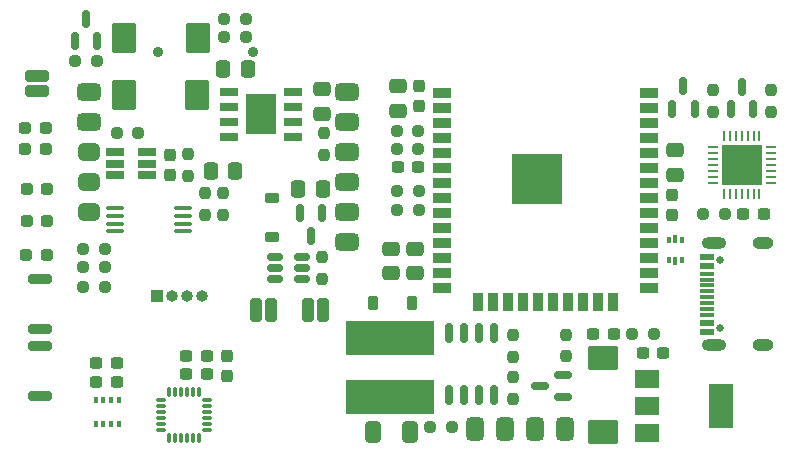
<source format=gbr>
%TF.GenerationSoftware,KiCad,Pcbnew,7.0.2*%
%TF.CreationDate,2024-04-03T12:52:24+03:00*%
%TF.ProjectId,gps_tracer,6770735f-7472-4616-9365-722e6b696361,rev?*%
%TF.SameCoordinates,Original*%
%TF.FileFunction,Soldermask,Top*%
%TF.FilePolarity,Negative*%
%FSLAX46Y46*%
G04 Gerber Fmt 4.6, Leading zero omitted, Abs format (unit mm)*
G04 Created by KiCad (PCBNEW 7.0.2) date 2024-04-03 12:52:24*
%MOMM*%
%LPD*%
G01*
G04 APERTURE LIST*
G04 Aperture macros list*
%AMRoundRect*
0 Rectangle with rounded corners*
0 $1 Rounding radius*
0 $2 $3 $4 $5 $6 $7 $8 $9 X,Y pos of 4 corners*
0 Add a 4 corners polygon primitive as box body*
4,1,4,$2,$3,$4,$5,$6,$7,$8,$9,$2,$3,0*
0 Add four circle primitives for the rounded corners*
1,1,$1+$1,$2,$3*
1,1,$1+$1,$4,$5*
1,1,$1+$1,$6,$7*
1,1,$1+$1,$8,$9*
0 Add four rect primitives between the rounded corners*
20,1,$1+$1,$2,$3,$4,$5,0*
20,1,$1+$1,$4,$5,$6,$7,0*
20,1,$1+$1,$6,$7,$8,$9,0*
20,1,$1+$1,$8,$9,$2,$3,0*%
G04 Aperture macros list end*
%ADD10R,1.525000X0.700000*%
%ADD11R,2.513000X3.402000*%
%ADD12RoundRect,0.375000X-0.375000X0.625000X-0.375000X-0.625000X0.375000X-0.625000X0.375000X0.625000X0*%
%ADD13RoundRect,0.375000X-0.625000X-0.375000X0.625000X-0.375000X0.625000X0.375000X-0.625000X0.375000X0*%
%ADD14RoundRect,0.375000X-0.525000X-0.375000X0.525000X-0.375000X0.525000X0.375000X-0.525000X0.375000X0*%
%ADD15RoundRect,0.237500X-0.287500X-0.237500X0.287500X-0.237500X0.287500X0.237500X-0.287500X0.237500X0*%
%ADD16R,7.500000X3.000000*%
%ADD17RoundRect,0.237500X0.250000X0.237500X-0.250000X0.237500X-0.250000X-0.237500X0.250000X-0.237500X0*%
%ADD18RoundRect,0.237500X-0.300000X-0.237500X0.300000X-0.237500X0.300000X0.237500X-0.300000X0.237500X0*%
%ADD19RoundRect,0.150000X-0.512500X-0.150000X0.512500X-0.150000X0.512500X0.150000X-0.512500X0.150000X0*%
%ADD20RoundRect,0.237500X0.237500X-0.250000X0.237500X0.250000X-0.237500X0.250000X-0.237500X-0.250000X0*%
%ADD21RoundRect,0.150000X0.150000X-0.587500X0.150000X0.587500X-0.150000X0.587500X-0.150000X-0.587500X0*%
%ADD22RoundRect,0.237500X-0.250000X-0.237500X0.250000X-0.237500X0.250000X0.237500X-0.250000X0.237500X0*%
%ADD23RoundRect,0.237500X-0.237500X0.300000X-0.237500X-0.300000X0.237500X-0.300000X0.237500X0.300000X0*%
%ADD24RoundRect,0.075000X0.075000X-0.350000X0.075000X0.350000X-0.075000X0.350000X-0.075000X-0.350000X0*%
%ADD25RoundRect,0.075000X-0.350000X-0.075000X0.350000X-0.075000X0.350000X0.075000X-0.350000X0.075000X0*%
%ADD26RoundRect,0.200000X0.800000X-0.200000X0.800000X0.200000X-0.800000X0.200000X-0.800000X-0.200000X0*%
%ADD27R,0.375000X0.500000*%
%ADD28R,0.300000X0.650000*%
%ADD29RoundRect,0.250000X-0.412500X-0.650000X0.412500X-0.650000X0.412500X0.650000X-0.412500X0.650000X0*%
%ADD30RoundRect,0.250000X-0.475000X0.337500X-0.475000X-0.337500X0.475000X-0.337500X0.475000X0.337500X0*%
%ADD31R,0.350000X0.500000*%
%ADD32RoundRect,0.225000X-0.225000X-0.375000X0.225000X-0.375000X0.225000X0.375000X-0.225000X0.375000X0*%
%ADD33O,1.800000X1.000000*%
%ADD34O,2.100000X1.000000*%
%ADD35R,1.240000X0.600000*%
%ADD36R,1.240000X0.300000*%
%ADD37C,0.650000*%
%ADD38RoundRect,0.225000X-0.375000X0.225000X-0.375000X-0.225000X0.375000X-0.225000X0.375000X0.225000X0*%
%ADD39RoundRect,0.062500X-0.337500X-0.062500X0.337500X-0.062500X0.337500X0.062500X-0.337500X0.062500X0*%
%ADD40RoundRect,0.062500X-0.062500X-0.337500X0.062500X-0.337500X0.062500X0.337500X-0.062500X0.337500X0*%
%ADD41R,3.350000X3.350000*%
%ADD42O,1.000000X1.000000*%
%ADD43R,1.000000X1.000000*%
%ADD44RoundRect,0.250000X0.475000X-0.337500X0.475000X0.337500X-0.475000X0.337500X-0.475000X-0.337500X0*%
%ADD45RoundRect,0.150000X-0.150000X0.587500X-0.150000X-0.587500X0.150000X-0.587500X0.150000X0.587500X0*%
%ADD46RoundRect,0.237500X-0.237500X0.250000X-0.237500X-0.250000X0.237500X-0.250000X0.237500X0.250000X0*%
%ADD47RoundRect,0.250000X1.025000X-0.787500X1.025000X0.787500X-1.025000X0.787500X-1.025000X-0.787500X0*%
%ADD48RoundRect,0.250000X-0.787500X-1.025000X0.787500X-1.025000X0.787500X1.025000X-0.787500X1.025000X0*%
%ADD49RoundRect,0.237500X0.300000X0.237500X-0.300000X0.237500X-0.300000X-0.237500X0.300000X-0.237500X0*%
%ADD50RoundRect,0.250000X0.337500X0.475000X-0.337500X0.475000X-0.337500X-0.475000X0.337500X-0.475000X0*%
%ADD51RoundRect,0.250000X0.250000X-0.750000X0.250000X0.750000X-0.250000X0.750000X-0.250000X-0.750000X0*%
%ADD52R,1.560000X0.650000*%
%ADD53RoundRect,0.237500X0.237500X-0.300000X0.237500X0.300000X-0.237500X0.300000X-0.237500X-0.300000X0*%
%ADD54R,2.000000X1.500000*%
%ADD55R,2.000000X3.800000*%
%ADD56RoundRect,0.150000X0.587500X0.150000X-0.587500X0.150000X-0.587500X-0.150000X0.587500X-0.150000X0*%
%ADD57RoundRect,0.250000X-0.337500X-0.475000X0.337500X-0.475000X0.337500X0.475000X-0.337500X0.475000X0*%
%ADD58RoundRect,0.100000X0.637500X0.100000X-0.637500X0.100000X-0.637500X-0.100000X0.637500X-0.100000X0*%
%ADD59RoundRect,0.250000X0.750000X0.250000X-0.750000X0.250000X-0.750000X-0.250000X0.750000X-0.250000X0*%
%ADD60RoundRect,0.150000X0.150000X-0.675000X0.150000X0.675000X-0.150000X0.675000X-0.150000X-0.675000X0*%
%ADD61R,1.500000X0.900000*%
%ADD62R,0.900000X1.500000*%
%ADD63C,0.600000*%
%ADD64R,4.200000X4.200000*%
%ADD65C,0.900000*%
G04 APERTURE END LIST*
D10*
%TO.C,IC1*%
X71932800Y-48310800D03*
X71932800Y-47040800D03*
X71932800Y-45770800D03*
X71932800Y-44500800D03*
X66508800Y-44500800D03*
X66508800Y-45770800D03*
X66508800Y-47040800D03*
X66508800Y-48310800D03*
D11*
X69220800Y-46405800D03*
%TD*%
D12*
%TO.C,U6*%
X87325200Y-73075800D03*
X89865200Y-73075800D03*
X92405200Y-73075800D03*
X94945200Y-73075800D03*
%TD*%
D13*
%TO.C,U7*%
X54620000Y-44580000D03*
X54620000Y-47120000D03*
D14*
X54620000Y-49660000D03*
X54620000Y-52200000D03*
X54620000Y-54740000D03*
D13*
X76464000Y-57280000D03*
X76464000Y-54740000D03*
X76464000Y-52200000D03*
X76464000Y-49660000D03*
X76464000Y-47120000D03*
X76464000Y-44580000D03*
%TD*%
D15*
%TO.C,D9*%
X49310000Y-58310000D03*
X51060000Y-58310000D03*
%TD*%
%TO.C,D8*%
X49340000Y-55490000D03*
X51090000Y-55490000D03*
%TD*%
%TO.C,D7*%
X50970000Y-49360000D03*
X49220000Y-49360000D03*
%TD*%
%TO.C,D6*%
X50980000Y-47550000D03*
X49230000Y-47550000D03*
%TD*%
%TO.C,D2*%
X49350000Y-52720000D03*
X51100000Y-52720000D03*
%TD*%
D16*
%TO.C,L1*%
X80137000Y-70354200D03*
X80137000Y-65354200D03*
%TD*%
D17*
%TO.C,R19*%
X55970000Y-59380000D03*
X54145000Y-59380000D03*
%TD*%
D18*
%TO.C,C20*%
X62865000Y-68440000D03*
X64590000Y-68440000D03*
%TD*%
D19*
%TO.C,U10*%
X72673600Y-58508000D03*
X72673600Y-59458000D03*
X72673600Y-60408000D03*
X70398600Y-60408000D03*
X70398600Y-59458000D03*
X70398600Y-58508000D03*
%TD*%
D20*
%TO.C,R27*%
X64480000Y-54945000D03*
X64480000Y-53120000D03*
%TD*%
D21*
%TO.C,Q1*%
X108945600Y-45974000D03*
X110845600Y-45974000D03*
X109895600Y-44099000D03*
%TD*%
D18*
%TO.C,C4*%
X101526000Y-66649600D03*
X103251000Y-66649600D03*
%TD*%
D22*
%TO.C,R20*%
X85340200Y-72898000D03*
X83515200Y-72898000D03*
%TD*%
D23*
%TO.C,C25*%
X66290000Y-66860000D03*
X66290000Y-68585000D03*
%TD*%
D24*
%TO.C,U12*%
X61430000Y-69940000D03*
X61930000Y-69940000D03*
X62430000Y-69940000D03*
X62930000Y-69940000D03*
X63430000Y-69940000D03*
X63930000Y-69940000D03*
D25*
X64630000Y-70640000D03*
X64630000Y-71140000D03*
X64630000Y-71640000D03*
X64630000Y-72140000D03*
X64630000Y-72640000D03*
X64630000Y-73140000D03*
D24*
X63930000Y-73840000D03*
X63430000Y-73840000D03*
X62930000Y-73840000D03*
X62430000Y-73840000D03*
X61930000Y-73840000D03*
X61430000Y-73840000D03*
D25*
X60730000Y-73140000D03*
X60730000Y-72640000D03*
X60730000Y-72140000D03*
X60730000Y-71640000D03*
X60730000Y-71140000D03*
X60730000Y-70640000D03*
%TD*%
D26*
%TO.C,SW1*%
X50495200Y-70240000D03*
X50495200Y-66040000D03*
%TD*%
D27*
%TO.C,U2*%
X103729500Y-58736600D03*
D28*
X104267000Y-58811600D03*
D27*
X104804500Y-58736600D03*
X104804500Y-57036600D03*
D28*
X104267000Y-56961600D03*
D27*
X103729500Y-57036600D03*
%TD*%
D22*
%TO.C,R8*%
X100609400Y-65049400D03*
X102434400Y-65049400D03*
%TD*%
D29*
%TO.C,C21*%
X78637600Y-73329800D03*
X81762600Y-73329800D03*
%TD*%
D30*
%TO.C,C19*%
X74325000Y-44297600D03*
X74325000Y-46372600D03*
%TD*%
D26*
%TO.C,SW2*%
X50495200Y-64592200D03*
X50495200Y-60392200D03*
%TD*%
D31*
%TO.C,U5*%
X57140000Y-70597500D03*
X56490000Y-70597500D03*
X55840000Y-70597500D03*
X55190000Y-70597500D03*
X55190000Y-72647500D03*
X55840000Y-72647500D03*
X56490000Y-72647500D03*
X57140000Y-72647500D03*
%TD*%
D18*
%TO.C,C13*%
X55250600Y-67498700D03*
X56975600Y-67498700D03*
%TD*%
D22*
%TO.C,R26*%
X53475000Y-41950000D03*
X55300000Y-41950000D03*
%TD*%
D32*
%TO.C,D5*%
X78692500Y-62390000D03*
X81992500Y-62390000D03*
%TD*%
D33*
%TO.C,P1*%
X111717400Y-57351200D03*
D34*
X107517400Y-57351200D03*
D33*
X111717400Y-65991200D03*
D34*
X107517400Y-65991200D03*
D35*
X106917400Y-64871200D03*
X106917400Y-64071200D03*
D36*
X106917400Y-63421200D03*
X106917400Y-62421200D03*
X106917400Y-60921200D03*
X106917400Y-59921200D03*
D35*
X106917400Y-59271200D03*
X106917400Y-58471200D03*
X106917400Y-58471200D03*
X106917400Y-59271200D03*
D36*
X106917400Y-60421200D03*
X106917400Y-61421200D03*
X106917400Y-61921200D03*
X106917400Y-62921200D03*
D35*
X106917400Y-64071200D03*
X106917400Y-64871200D03*
D37*
X108037400Y-58781200D03*
X108037400Y-64561200D03*
%TD*%
D17*
%TO.C,R6*%
X82499200Y-49377600D03*
X80674200Y-49377600D03*
%TD*%
D38*
%TO.C,D1*%
X70082800Y-53504200D03*
X70082800Y-56804200D03*
%TD*%
D18*
%TO.C,C6*%
X110010000Y-54840000D03*
X111735000Y-54840000D03*
%TD*%
D39*
%TO.C,U3*%
X107444200Y-49233200D03*
X107444200Y-49733200D03*
X107444200Y-50233200D03*
X107444200Y-50733200D03*
X107444200Y-51233200D03*
X107444200Y-51733200D03*
X107444200Y-52233200D03*
D40*
X108394200Y-53183200D03*
X108894200Y-53183200D03*
X109394200Y-53183200D03*
X109894200Y-53183200D03*
X110394200Y-53183200D03*
X110894200Y-53183200D03*
X111394200Y-53183200D03*
D39*
X112344200Y-52233200D03*
X112344200Y-51733200D03*
X112344200Y-51233200D03*
X112344200Y-50733200D03*
X112344200Y-50233200D03*
X112344200Y-49733200D03*
X112344200Y-49233200D03*
D40*
X111394200Y-48283200D03*
X110894200Y-48283200D03*
X110394200Y-48283200D03*
X109894200Y-48283200D03*
X109394200Y-48283200D03*
X108894200Y-48283200D03*
X108394200Y-48283200D03*
D41*
X109894200Y-50733200D03*
%TD*%
D17*
%TO.C,R9*%
X82524600Y-54508400D03*
X80699600Y-54508400D03*
%TD*%
D42*
%TO.C,J3*%
X64170000Y-61810000D03*
X62900000Y-61810000D03*
X61630000Y-61810000D03*
D43*
X60360000Y-61810000D03*
%TD*%
D17*
%TO.C,R23*%
X55975000Y-61020000D03*
X54150000Y-61020000D03*
%TD*%
D44*
%TO.C,C22*%
X82230000Y-59887500D03*
X82230000Y-57812500D03*
%TD*%
%TO.C,C23*%
X80210000Y-59887500D03*
X80210000Y-57812500D03*
%TD*%
D45*
%TO.C,Q4*%
X74350000Y-54825000D03*
X72450000Y-54825000D03*
X73400000Y-56700000D03*
%TD*%
D46*
%TO.C,R11*%
X94980000Y-65110000D03*
X94980000Y-66935000D03*
%TD*%
D22*
%TO.C,R16*%
X66085000Y-39900000D03*
X67910000Y-39900000D03*
%TD*%
D47*
%TO.C,C3*%
X98171000Y-73318100D03*
X98171000Y-67093100D03*
%TD*%
D18*
%TO.C,C12*%
X55250600Y-69098700D03*
X56975600Y-69098700D03*
%TD*%
D21*
%TO.C,Q8*%
X53406000Y-40229000D03*
X55306000Y-40229000D03*
X54356000Y-38354000D03*
%TD*%
D48*
%TO.C,C14*%
X57568100Y-44805600D03*
X63793100Y-44805600D03*
%TD*%
D22*
%TO.C,R13*%
X67910000Y-38376000D03*
X66085000Y-38376000D03*
%TD*%
D49*
%TO.C,C8*%
X82473800Y-50901600D03*
X80748800Y-50901600D03*
%TD*%
D50*
%TO.C,C15*%
X74400000Y-52750000D03*
X72325000Y-52750000D03*
%TD*%
D51*
%TO.C,J2*%
X74440000Y-63030000D03*
X73170000Y-63030000D03*
%TD*%
D20*
%TO.C,R5*%
X112395000Y-46202600D03*
X112395000Y-44377600D03*
%TD*%
D22*
%TO.C,R2*%
X106640000Y-54860000D03*
X108465000Y-54860000D03*
%TD*%
D52*
%TO.C,U9*%
X56863000Y-49646800D03*
X56863000Y-50596800D03*
X56863000Y-51546800D03*
X59563000Y-51546800D03*
X59563000Y-50596800D03*
X59563000Y-49646800D03*
%TD*%
D53*
%TO.C,C10*%
X82600800Y-45717800D03*
X82600800Y-43992800D03*
%TD*%
D46*
%TO.C,R4*%
X107416600Y-44373800D03*
X107416600Y-46198800D03*
%TD*%
D50*
%TO.C,C17*%
X65971600Y-42621200D03*
X68046600Y-42621200D03*
%TD*%
D46*
%TO.C,R14*%
X62966600Y-49785900D03*
X62966600Y-51610900D03*
%TD*%
D54*
%TO.C,U1*%
X101853600Y-68820000D03*
X101853600Y-71120000D03*
D55*
X108153600Y-71120000D03*
D54*
X101853600Y-73420000D03*
%TD*%
D56*
%TO.C,Q3*%
X92841600Y-69453800D03*
X94716600Y-68503800D03*
X94716600Y-70403800D03*
%TD*%
D46*
%TO.C,R15*%
X74375400Y-58533400D03*
X74375400Y-60358400D03*
%TD*%
D44*
%TO.C,C9*%
X80822800Y-44043600D03*
X80822800Y-46118600D03*
%TD*%
D20*
%TO.C,R17*%
X74550000Y-49856400D03*
X74550000Y-48031400D03*
%TD*%
D57*
%TO.C,C26*%
X64935000Y-51250000D03*
X67010000Y-51250000D03*
%TD*%
D17*
%TO.C,R7*%
X80699600Y-52933600D03*
X82524600Y-52933600D03*
%TD*%
D18*
%TO.C,C11*%
X97309600Y-65049400D03*
X99034600Y-65049400D03*
%TD*%
D46*
%TO.C,R21*%
X90500200Y-68685400D03*
X90500200Y-70510400D03*
%TD*%
D18*
%TO.C,C24*%
X64600000Y-66920000D03*
X62875000Y-66920000D03*
%TD*%
D48*
%TO.C,C2*%
X57607200Y-39954200D03*
X63832200Y-39954200D03*
%TD*%
D17*
%TO.C,R18*%
X58780000Y-48010000D03*
X56955000Y-48010000D03*
%TD*%
D58*
%TO.C,U8*%
X62552500Y-56347000D03*
X62552500Y-55697000D03*
X62552500Y-55047000D03*
X62552500Y-54397000D03*
X56827500Y-54397000D03*
X56827500Y-55047000D03*
X56827500Y-55697000D03*
X56827500Y-56347000D03*
%TD*%
D17*
%TO.C,R3*%
X82499200Y-47853600D03*
X80674200Y-47853600D03*
%TD*%
%TO.C,R1*%
X55950000Y-57870000D03*
X54125000Y-57870000D03*
%TD*%
D46*
%TO.C,R22*%
X90490000Y-65125000D03*
X90490000Y-66950000D03*
%TD*%
D21*
%TO.C,Q2*%
X103992600Y-45948600D03*
X105892600Y-45948600D03*
X104942600Y-44073600D03*
%TD*%
D44*
%TO.C,C7*%
X104241600Y-49479200D03*
X104241600Y-51554200D03*
%TD*%
D59*
%TO.C,J4*%
X50240000Y-43180000D03*
X50240000Y-44450000D03*
%TD*%
D51*
%TO.C,J1*%
X70000000Y-63030000D03*
X68730000Y-63030000D03*
%TD*%
D23*
%TO.C,C5*%
X103962200Y-54988800D03*
X103962200Y-53263800D03*
%TD*%
D60*
%TO.C,U11*%
X85064600Y-70189000D03*
X86334600Y-70189000D03*
X87604600Y-70189000D03*
X88874600Y-70189000D03*
X88874600Y-64939000D03*
X87604600Y-64939000D03*
X86334600Y-64939000D03*
X85064600Y-64939000D03*
%TD*%
D53*
%TO.C,C18*%
X61442600Y-51560900D03*
X61442600Y-49835900D03*
%TD*%
D46*
%TO.C,R25*%
X66000000Y-53100000D03*
X66000000Y-54925000D03*
%TD*%
D61*
%TO.C,U4*%
X84506400Y-44602400D03*
X84506400Y-45872400D03*
X84506400Y-47142400D03*
X84506400Y-48412400D03*
X84506400Y-49682400D03*
X84506400Y-50952400D03*
X84506400Y-52222400D03*
X84506400Y-53492400D03*
X84506400Y-54762400D03*
X84506400Y-56032400D03*
X84506400Y-57302400D03*
X84506400Y-58572400D03*
X84506400Y-59842400D03*
X84506400Y-61112400D03*
D62*
X87546400Y-62362400D03*
X88816400Y-62362400D03*
X90086400Y-62362400D03*
X91356400Y-62362400D03*
X92626400Y-62362400D03*
X93896400Y-62362400D03*
X95166400Y-62362400D03*
X96436400Y-62362400D03*
X97706400Y-62362400D03*
X98976400Y-62362400D03*
D61*
X102006400Y-61112400D03*
X102006400Y-59842400D03*
X102006400Y-58572400D03*
X102006400Y-57302400D03*
X102006400Y-56032400D03*
X102006400Y-54762400D03*
X102006400Y-53492400D03*
X102006400Y-52222400D03*
X102006400Y-50952400D03*
X102006400Y-49682400D03*
X102006400Y-48412400D03*
X102006400Y-47142400D03*
X102006400Y-45872400D03*
X102006400Y-44602400D03*
D63*
X91051400Y-51179900D03*
X91051400Y-52704900D03*
X91813900Y-50417400D03*
X91813900Y-51942400D03*
X91813900Y-53467400D03*
X92576400Y-51179900D03*
D64*
X92576400Y-51942400D03*
D63*
X92576400Y-52704900D03*
X93338900Y-50417400D03*
X93338900Y-51942400D03*
X93338900Y-53467400D03*
X94101400Y-51179900D03*
X94101400Y-52704900D03*
%TD*%
D65*
%TO.C,J5*%
X60486868Y-41149655D03*
X68486868Y-41149655D03*
%TD*%
M02*

</source>
